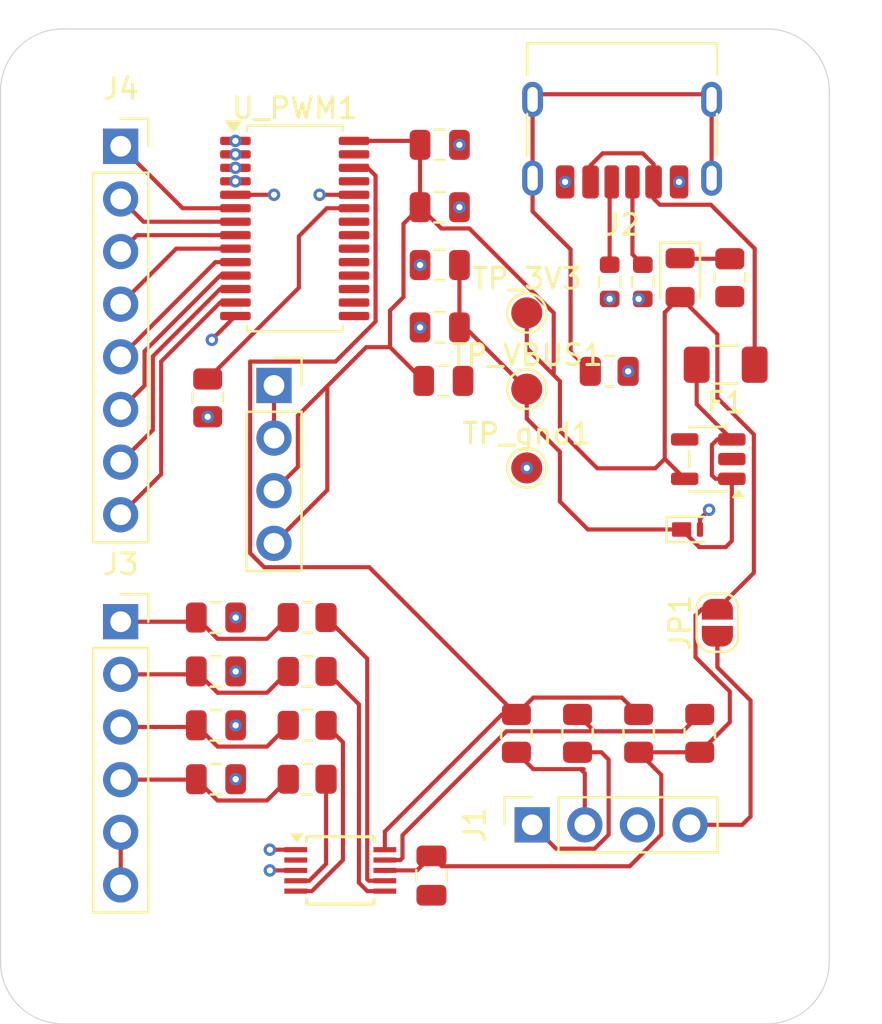
<source format=kicad_pcb>
(kicad_pcb (version 20241229) (generator "pcbnew") (generator_version "9.0")
  (layers (0 "F.Cu" signal) (2 "B.Cu" signal) (13 "F.Paste" user) (15 "B.Paste" user) (5 "F.SilkS" user "F.Silkscreen") (7 "B.SilkS" user "B.Silkscreen") (1 "F.Mask" user) (3 "B.Mask" user) (25 "Edge.Cuts" user))
  (net 0 "")
  (net 1 "GND")
  (net 2 "VBUS_5V")
  (net 3 "Vlogic_3V3")
  (net 4 "Net-(J3-Pin_4)")
  (net 5 "Net-(J3-Pin_1)")
  (net 6 "Net-(J3-Pin_2)")
  (net 7 "Net-(J3-Pin_3)")
  (net 8 "Net-(D2-K)")
  (net 9 "Net-(F1-Pad1)")
  (net 10 "/MCU_interface/MCU_3V3")
  (net 11 "/MCU_interface/SDA_MCU")
  (net 12 "/MCU_interface/SCL_MCU")
  (net 13 "Net-(J2-SHIELD)")
  (net 14 "Net-(J2-CC2)")
  (net 15 "Net-(J2-CC1)")
  (net 16 "/PWM/PWM4")
  (net 17 "/PWM/PWM3")
  (net 18 "/PWM/PWM2")
  (net 19 "/PWM/PWM1")
  (net 20 "/PWM/PWM5")
  (net 21 "/PWM/PWM0")
  (net 22 "/PWM/PWM6")
  (net 23 "/PWM/PWM7")
  (net 24 "Net-(U_3V3-GND)")
  (net 25 "SCL_BUS")
  (net 26 "SDA_BUS")
  (net 27 "Net-(U_PWM1-~{OE})")
  (net 28 "Net-(U_ADC1-AIN3)")
  (net 29 "Net-(U_ADC1-AIN2)")
  (net 30 "Net-(U_ADC1-AIN1)")
  (net 31 "Net-(U_ADC1-AIN0)")
  (footprint "Resistor_SMD:R_0805_2012Metric" (layer "F.Cu") (at 68.2 43 90)
    (property "Reference" "R4" (hide yes))
    (property "Value" "1.5K")
    (pad "1" smd roundrect (at -0.9125 0 90) (size 1.025 1.4) (layers "F.Cu" "F.Mask" "F.Paste") (roundrect_rratio 0.243902) (net 24 "Net-(U_3V3-GND)"))
    (pad "2" smd roundrect (at 0.9125 0 90) (size 1.025 1.4) (layers "F.Cu" "F.Mask" "F.Paste") (roundrect_rratio 0.243902) (net 8 "Net-(D2-K)"))
  )
  (footprint "Package_SO:TSSOP-10_3x3mm_P0.5mm" (layer "F.Cu") (at 49.4 71.6)
    (property "Reference" "U_ADC1" (hide yes))
    (property "Value" "ADS1015IDGS")
    (pad "1" smd rect (at -2.15 -1) (size 1.1 0.25) (layers "F.Cu" "F.Mask" "F.Paste") (net 1 "GND"))
    (pad "2" smd rect (at -2.15 -0.5) (size 1.1 0.25) (layers "F.Cu" "F.Mask" "F.Paste"))
    (pad "3" smd rect (at -2.15 0) (size 1.1 0.25) (layers "F.Cu" "F.Mask" "F.Paste") (net 1 "GND"))
    (pad "4" smd rect (at -2.15 0.5) (size 1.1 0.25) (layers "F.Cu" "F.Mask" "F.Paste") (net 31 "Net-(U_ADC1-AIN0)"))
    (pad "5" smd rect (at -2.15 1) (size 1.1 0.25) (layers "F.Cu" "F.Mask" "F.Paste") (net 30 "Net-(U_ADC1-AIN1)"))
    (pad "6" smd rect (at 2.15 1) (size 1.1 0.25) (layers "F.Cu" "F.Mask" "F.Paste") (net 29 "Net-(U_ADC1-AIN2)"))
    (pad "7" smd rect (at 2.15 0.5) (size 1.1 0.25) (layers "F.Cu" "F.Mask" "F.Paste") (net 28 "Net-(U_ADC1-AIN3)"))
    (pad "8" smd rect (at 2.15 0) (size 1.1 0.25) (layers "F.Cu" "F.Mask" "F.Paste") (net 3 "Vlogic_3V3"))
    (pad "9" smd rect (at 2.15 -0.5) (size 1.1 0.25) (layers "F.Cu" "F.Mask" "F.Paste") (net 26 "SDA_BUS"))
    (pad "10" smd rect (at 2.15 -1) (size 1.1 0.25) (layers "F.Cu" "F.Mask" "F.Paste") (net 25 "SCL_BUS"))
  )
  (footprint "Diode_SMD:Nexperia_DSN1608-2_1.6x0.8mm" (layer "F.Cu") (at 66.16 55.15)
    (property "Reference" "D1" (hide yes))
    (property "Value" "PTVS5V0Z1USK")
    (pad "1" smd roundrect (at -0.285 0) (size 0.93 0.7) (layers "F.Cu" "F.Mask" "F.Paste") (roundrect_rratio 0.1071428571) (net 2 "VBUS_5V"))
    (pad "2" smd roundrect (at 0.6 0) (size 0.3 0.7) (layers "F.Cu" "F.Mask" "F.Paste") (net 1 "GND"))
  )
  (footprint "Connector_PinSocket_2.54mm:PinSocket_1x06_P2.54mm_Vertical" (layer "F.Cu") (at 38.8 59.6)
    (property "Reference" "J3" (at 0 -2.77 0) (layer "F.SilkS"))
    (property "Value" "Conn_01x06")
    (pad "1" thru_hole rect (at 0 0) (size 1.7 1.7) (drill 1) (layers "*.Cu" "*.Mask") (net 5 "Net-(J3-Pin_1)"))
    (pad "2" thru_hole circle (at 0 2.54) (size 1.7 1.7) (drill 1) (layers "*.Cu" "*.Mask") (net 6 "Net-(J3-Pin_2)"))
    (pad "3" thru_hole circle (at 0 5.08) (size 1.7 1.7) (drill 1) (layers "*.Cu" "*.Mask") (net 7 "Net-(J3-Pin_3)"))
    (pad "4" thru_hole circle (at 0 7.62) (size 1.7 1.7) (drill 1) (layers "*.Cu" "*.Mask") (net 4 "Net-(J3-Pin_4)"))
    (pad "5" thru_hole circle (at 0 10.16) (size 1.7 1.7) (drill 1) (layers "*.Cu" "*.Mask") (net 1 "GND"))
    (pad "6" thru_hole circle (at 0 12.7) (size 1.7 1.7) (drill 1) (layers "*.Cu" "*.Mask") (net 1 "GND"))
  )
  (footprint "Resistor_SMD:R_0805_2012Metric" (layer "F.Cu") (at 63.8 64.9875 90)
    (property "Reference" "R7" (hide yes))
    (property "Value" "4.7K")
    (pad "1" smd roundrect (at -0.9125 0 90) (size 1.025 1.4) (layers "F.Cu" "F.Mask" "F.Paste") (roundrect_rratio 0.243902) (net 3 "Vlogic_3V3"))
    (pad "2" smd roundrect (at 0.9125 0 90) (size 1.025 1.4) (layers "F.Cu" "F.Mask" "F.Paste") (roundrect_rratio 0.243902) (net 25 "SCL_BUS"))
  )
  (footprint "Connector_PinSocket_2.54mm:PinSocket_1x04_P2.54mm_Vertical" (layer "F.Cu") (at 58.66 69.4 90)
    (property "Reference" "J1" (at 0 -2.77 90) (layer "F.SilkS"))
    (property "Value" "MCU_I2C")
    (pad "1" thru_hole rect (at 0 0 90) (size 1.7 1.7) (drill 1) (layers "*.Cu" "*.Mask") (net 11 "/MCU_interface/SDA_MCU"))
    (pad "2" thru_hole circle (at 0 2.54 90) (size 1.7 1.7) (drill 1) (layers "*.Cu" "*.Mask") (net 12 "/MCU_interface/SCL_MCU"))
    (pad "3" thru_hole circle (at 0 5.08 90) (size 1.7 1.7) (drill 1) (layers "*.Cu" "*.Mask") (net 1 "GND"))
    (pad "4" thru_hole circle (at 0 7.62 90) (size 1.7 1.7) (drill 1) (layers "*.Cu" "*.Mask") (net 10 "/MCU_interface/MCU_3V3"))
  )
  (footprint "Resistor_SMD:R_0805_2012Metric" (layer "F.Cu") (at 47.8 59.4 180)
    (property "Reference" "R_ADC1" (hide yes))
    (property "Value" "1K")
    (pad "1" smd roundrect (at -0.9125 0 180) (size 1.025 1.4) (layers "F.Cu" "F.Mask" "F.Paste") (roundrect_rratio 0.243902) (net 28 "Net-(U_ADC1-AIN3)"))
    (pad "2" smd roundrect (at 0.9125 0 180) (size 1.025 1.4) (layers "F.Cu" "F.Mask" "F.Paste") (roundrect_rratio 0.243902) (net 5 "Net-(J3-Pin_1)"))
  )
  (footprint "Package_TO_SOT_SMD:SOT-23-5" (layer "F.Cu") (at 67.16 51.755 180)
    (property "Reference" "U_3V3" (hide yes))
    (property "Value" "AP2112K-3.3")
    (pad "1" smd roundrect (at -1.1375 -0.95 180) (size 1.325 0.6) (layers "F.Cu" "F.Mask" "F.Paste") (net 2 "VBUS_5V"))
    (pad "2" smd roundrect (at -1.1375 0 180) (size 1.325 0.6) (layers "F.Cu" "F.Mask" "F.Paste") (net 24 "Net-(U_3V3-GND)"))
    (pad "3" smd roundrect (at -1.1375 0.95 180) (size 1.325 0.6) (layers "F.Cu" "F.Mask" "F.Paste") (net 2 "VBUS_5V"))
    (pad "4" smd roundrect (at 1.1375 0.95 180) (size 1.325 0.6) (layers "F.Cu" "F.Mask" "F.Paste"))
    (pad "5" smd roundrect (at 1.1375 -0.95 180) (size 1.325 0.6) (layers "F.Cu" "F.Mask" "F.Paste") (net 3 "Vlogic_3V3"))
  )
  (footprint "TestPoint:TestPoint_Pad_D1.5mm" (layer "F.Cu") (at 58.4 48.38)
    (property "Reference" "TP_VBUS1" (at 0 -1.648 0) (layer "F.SilkS"))
    (property "Value" "TestPoint")
    (pad "1" smd circle (at 0 0) (size 1.5 1.5) (layers "F.Cu" "F.Mask") (net 2 "VBUS_5V"))
  )
  (footprint "Resistor_SMD:R_0805_2012Metric" (layer "F.Cu") (at 47.8 64.6 180)
    (property "Reference" "R_ADC3" (hide yes))
    (property "Value" "1K")
    (pad "1" smd roundrect (at -0.9125 0 180) (size 1.025 1.4) (layers "F.Cu" "F.Mask" "F.Paste") (roundrect_rratio 0.243902) (net 30 "Net-(U_ADC1-AIN1)"))
    (pad "2" smd roundrect (at 0.9125 0 180) (size 1.025 1.4) (layers "F.Cu" "F.Mask" "F.Paste") (roundrect_rratio 0.243902) (net 7 "Net-(J3-Pin_3)"))
  )
  (footprint "Capacitor_SMD:C_0805_2012Metric" (layer "F.Cu") (at 54.2 45.4 180)
    (property "Reference" "C2" (hide yes))
    (property "Value" "100nF")
    (pad "1" smd roundrect (at -0.95 0 180) (size 1 1.45) (layers "F.Cu" "F.Mask" "F.Paste") (net 2 "VBUS_5V"))
    (pad "2" smd roundrect (at 0.95 0 180) (size 1 1.45) (layers "F.Cu" "F.Mask" "F.Paste") (net 1 "GND"))
  )
  (footprint "Package_SO:TSSOP-28_4.4x9.7mm_P0.65mm" (layer "F.Cu") (at 47.2 40.625)
    (property "Reference" "U_PWM1" (at 0 -5.8 0) (layer "F.SilkS"))
    (property "Value" "PCA9685PW")
    (pad "1" smd roundrect (at -2.8625 -4.225) (size 1.475 0.4) (layers "F.Cu" "F.Mask" "F.Paste") (net 1 "GND"))
    (pad "2" smd roundrect (at -2.8625 -3.575) (size 1.475 0.4) (layers "F.Cu" "F.Mask" "F.Paste") (net 1 "GND"))
    (pad "3" smd roundrect (at -2.8625 -2.925) (size 1.475 0.4) (layers "F.Cu" "F.Mask" "F.Paste") (net 1 "GND"))
    (pad "4" smd roundrect (at -2.8625 -2.275) (size 1.475 0.4) (layers "F.Cu" "F.Mask" "F.Paste") (net 1 "GND"))
    (pad "5" smd roundrect (at -2.8625 -1.625) (size 1.475 0.4) (layers "F.Cu" "F.Mask" "F.Paste") (net 1 "GND"))
    (pad "6" smd roundrect (at -2.8625 -0.975) (size 1.475 0.4) (layers "F.Cu" "F.Mask" "F.Paste") (net 21 "/PWM/PWM0"))
    (pad "7" smd roundrect (at -2.8625 -0.325) (size 1.475 0.4) (layers "F.Cu" "F.Mask" "F.Paste") (net 19 "/PWM/PWM1"))
    (pad "8" smd roundrect (at -2.8625 0.325) (size 1.475 0.4) (layers "F.Cu" "F.Mask" "F.Paste") (net 18 "/PWM/PWM2"))
    (pad "9" smd roundrect (at -2.8625 0.975) (size 1.475 0.4) (layers "F.Cu" "F.Mask" "F.Paste") (net 17 "/PWM/PWM3"))
    (pad "10" smd roundrect (at -2.8625 1.625) (size 1.475 0.4) (layers "F.Cu" "F.Mask" "F.Paste") (net 16 "/PWM/PWM4"))
    (pad "11" smd roundrect (at -2.8625 2.275) (size 1.475 0.4) (layers "F.Cu" "F.Mask" "F.Paste") (net 20 "/PWM/PWM5"))
    (pad "12" smd roundrect (at -2.8625 2.925) (size 1.475 0.4) (layers "F.Cu" "F.Mask" "F.Paste") (net 22 "/PWM/PWM6"))
    (pad "13" smd roundrect (at -2.8625 3.575) (size 1.475 0.4) (layers "F.Cu" "F.Mask" "F.Paste") (net 23 "/PWM/PWM7"))
    (pad "14" smd roundrect (at -2.8625 4.225) (size 1.475 0.4) (layers "F.Cu" "F.Mask" "F.Paste") (net 1 "GND"))
    (pad "15" smd roundrect (at 2.8625 4.225) (size 1.475 0.4) (layers "F.Cu" "F.Mask" "F.Paste"))
    (pad "16" smd roundrect (at 2.8625 3.575) (size 1.475 0.4) (layers "F.Cu" "F.Mask" "F.Paste"))
    (pad "17" smd roundrect (at 2.8625 2.925) (size 1.475 0.4) (layers "F.Cu" "F.Mask" "F.Paste"))
    (pad "18" smd roundrect (at 2.8625 2.275) (size 1.475 0.4) (layers "F.Cu" "F.Mask" "F.Paste"))
    (pad "19" smd roundrect (at 2.8625 1.625) (size 1.475 0.4) (layers "F.Cu" "F.Mask" "F.Paste"))
    (pad "20" smd roundrect (at 2.8625 0.975) (size 1.475 0.4) (layers "F.Cu" "F.Mask" "F.Paste"))
    (pad "21" smd roundrect (at 2.8625 0.325) (size 1.475 0.4) (layers "F.Cu" "F.Mask" "F.Paste"))
    (pad "22" smd roundrect (at 2.8625 -0.325) (size 1.475 0.4) (layers "F.Cu" "F.Mask" "F.Paste"))
    (pad "23" smd roundrect (at 2.8625 -0.975) (size 1.475 0.4) (layers "F.Cu" "F.Mask" "F.Paste") (net 27 "Net-(U_PWM1-~{OE})"))
    (pad "24" smd roundrect (at 2.8625 -1.625) (size 1.475 0.4) (layers "F.Cu" "F.Mask" "F.Paste") (net 1 "GND"))
    (pad "25" smd roundrect (at 2.8625 -2.275) (size 1.475 0.4) (layers "F.Cu" "F.Mask" "F.Paste"))
    (pad "26" smd roundrect (at 2.8625 -2.925) (size 1.475 0.4) (layers "F.Cu" "F.Mask" "F.Paste") (net 25 "SCL_BUS"))
    (pad "27" smd roundrect (at 2.8625 -3.575) (size 1.475 0.4) (layers "F.Cu" "F.Mask" "F.Paste") (net 26 "SDA_BUS"))
    (pad "28" smd roundrect (at 2.8625 -4.225) (size 1.475 0.4) (layers "F.Cu" "F.Mask" "F.Paste") (net 3 "Vlogic_3V3"))
  )
  (footprint "Resistor_SMD:R_0805_2012Metric" (layer "F.Cu") (at 47.8 67.2)
    (property "Reference" "R_ADC4" (hide yes))
    (property "Value" "1k")
    (pad "1" smd roundrect (at -0.9125 0) (size 1.025 1.4) (layers "F.Cu" "F.Mask" "F.Paste") (roundrect_rratio 0.243902) (net 4 "Net-(J3-Pin_4)"))
    (pad "2" smd roundrect (at 0.9125 0) (size 1.025 1.4) (layers "F.Cu" "F.Mask" "F.Paste") (roundrect_rratio 0.243902) (net 31 "Net-(U_ADC1-AIN0)"))
  )
  (footprint "Resistor_SMD:R_0805_2012Metric" (layer "F.Cu") (at 60.85 64.9875 -90)
    (property "Reference" "R6" (hide yes))
    (property "Value" "33")
    (pad "1" smd roundrect (at -0.9125 0 270) (size 1.025 1.4) (layers "F.Cu" "F.Mask" "F.Paste") (roundrect_rratio 0.243902) (net 26 "SDA_BUS"))
    (pad "2" smd roundrect (at 0.9125 0 270) (size 1.025 1.4) (layers "F.Cu" "F.Mask" "F.Paste") (roundrect_rratio 0.243902) (net 11 "/MCU_interface/SDA_MCU"))
  )
  (footprint "Resistor_SMD:R_0805_2012Metric" (layer "F.Cu") (at 62.38 47.52)
    (property "Reference" "R3" (hide yes))
    (property "Value" "0")
    (pad "1" smd roundrect (at -0.9125 0) (size 1.025 1.4) (layers "F.Cu" "F.Mask" "F.Paste") (roundrect_rratio 0.243902) (net 13 "Net-(J2-SHIELD)"))
    (pad "2" smd roundrect (at 0.9125 0) (size 1.025 1.4) (layers "F.Cu" "F.Mask" "F.Paste") (roundrect_rratio 0.243902) (net 1 "GND"))
  )
  (footprint "Connector_PinSocket_2.54mm:PinSocket_1x08_P2.54mm_Vertical" (layer "F.Cu") (at 38.8 36.66)
    (property "Reference" "J4" (at 0 -2.77 0) (layer "F.SilkS"))
    (property "Value" "Conn_01x08")
    (pad "1" thru_hole rect (at 0 0) (size 1.7 1.7) (drill 1) (layers "*.Cu" "*.Mask") (net 21 "/PWM/PWM0"))
    (pad "2" thru_hole circle (at 0 2.54) (size 1.7 1.7) (drill 1) (layers "*.Cu" "*.Mask") (net 19 "/PWM/PWM1"))
    (pad "3" thru_hole circle (at 0 5.08) (size 1.7 1.7) (drill 1) (layers "*.Cu" "*.Mask") (net 18 "/PWM/PWM2"))
    (pad "4" thru_hole circle (at 0 7.62) (size 1.7 1.7) (drill 1) (layers "*.Cu" "*.Mask") (net 17 "/PWM/PWM3"))
    (pad "5" thru_hole circle (at 0 10.16) (size 1.7 1.7) (drill 1) (layers "*.Cu" "*.Mask") (net 16 "/PWM/PWM4"))
    (pad "6" thru_hole circle (at 0 12.7) (size 1.7 1.7) (drill 1) (layers "*.Cu" "*.Mask") (net 20 "/PWM/PWM5"))
    (pad "7" thru_hole circle (at 0 15.24) (size 1.7 1.7) (drill 1) (layers "*.Cu" "*.Mask") (net 22 "/PWM/PWM6"))
    (pad "8" thru_hole circle (at 0 17.78) (size 1.7 1.7) (drill 1) (layers "*.Cu" "*.Mask") (net 23 "/PWM/PWM7"))
  )
  (footprint "Capacitor_SMD:C_0805_2012Metric" (layer "F.Cu") (at 43.4 64.6)
    (property "Reference" "C10" (hide yes))
    (property "Value" "100nF")
    (pad "1" smd roundrect (at -0.95 0) (size 1 1.45) (layers "F.Cu" "F.Mask" "F.Paste") (net 7 "Net-(J3-Pin_3)"))
    (pad "2" smd roundrect (at 0.95 0) (size 1 1.45) (layers "F.Cu" "F.Mask" "F.Paste") (net 1 "GND"))
  )
  (footprint "Capacitor_SMD:C_0805_2012Metric" (layer "F.Cu") (at 54.2 42.39 180)
    (property "Reference" "C1" (hide yes))
    (property "Value" "10μF")
    (pad "1" smd roundrect (at -0.95 0 180) (size 1 1.45) (layers "F.Cu" "F.Mask" "F.Paste") (net 2 "VBUS_5V"))
    (pad "2" smd roundrect (at 0.95 0 180) (size 1 1.45) (layers "F.Cu" "F.Mask" "F.Paste") (net 1 "GND"))
  )
  (footprint "Connector_PinSocket_2.54mm:PinSocket_1x04_P2.54mm_Vertical" (layer "F.Cu") (at 46.2 48.2)
    (property "Reference" "J6" (hide yes))
    (property "Value" "Conn_01x04")
    (pad "1" thru_hole rect (at 0 0) (size 1.7 1.7) (drill 1) (layers "*.Cu" "*.Mask") (net 1 "GND"))
    (pad "2" thru_hole circle (at 0 2.54) (size 1.7 1.7) (drill 1) (layers "*.Cu" "*.Mask") (net 1 "GND"))
    (pad "3" thru_hole circle (at 0 5.08) (size 1.7 1.7) (drill 1) (layers "*.Cu" "*.Mask") (net 3 "Vlogic_3V3"))
    (pad "4" thru_hole circle (at 0 7.62) (size 1.7 1.7) (drill 1) (layers "*.Cu" "*.Mask") (net 3 "Vlogic_3V3"))
  )
  (footprint "Resistor_SMD:R_0805_2012Metric" (layer "F.Cu") (at 43 48.8 90)
    (property "Reference" "R9" (hide yes))
    (property "Value" "10K")
    (pad "1" smd roundrect (at -0.9125 0 90) (size 1.025 1.4) (layers "F.Cu" "F.Mask" "F.Paste") (roundrect_rratio 0.243902) (net 1 "GND"))
    (pad "2" smd roundrect (at 0.9125 0 90) (size 1.025 1.4) (layers "F.Cu" "F.Mask" "F.Paste") (roundrect_rratio 0.243902) (net 27 "Net-(U_PWM1-~{OE})"))
  )
  (footprint "Fuse:Fuse_1206_3216Metric" (layer "F.Cu") (at 68 47.2 180)
    (property "Reference" "F1" (at 0 -1.83 0) (layer "F.SilkS"))
    (property "Value" "Polyfuse")
    (pad "1" smd roundrect (at -1.4 0 180) (size 1.25 1.75) (layers "F.Cu" "F.Mask" "F.Paste") (roundrect_rratio 0.2) (net 9 "Net-(F1-Pad1)"))
    (pad "2" smd roundrect (at 1.4 0 180) (size 1.25 1.75) (layers "F.Cu" "F.Mask" "F.Paste") (roundrect_rratio 0.2) (net 2 "VBUS_5V"))
  )
  (footprint "LED_SMD:LED_0805_2012Metric" (layer "F.Cu") (at 65.8 43 -90)
    (property "Reference" "D2" (hide yes))
    (property "Value" "LED")
    (pad "1" smd roundrect (at -0.9375 0 270) (size 0.975 1.4) (layers "F.Cu" "F.Mask" "F.Paste") (net 8 "Net-(D2-K)"))
    (pad "2" smd roundrect (at 0.9375 0 270) (size 0.975 1.4) (layers "F.Cu" "F.Mask" "F.Paste") (net 3 "Vlogic_3V3"))
  )
  (footprint "Resistor_SMD:R_0805_2012Metric" (layer "F.Cu") (at 66.75 64.9875 90)
    (property "Reference" "R8" (hide yes))
    (property "Value" "4.7K")
    (pad "1" smd roundrect (at -0.9125 0 90) (size 1.025 1.4) (layers "F.Cu" "F.Mask" "F.Paste") (roundrect_rratio 0.243902) (net 3 "Vlogic_3V3"))
    (pad "2" smd roundrect (at 0.9125 0 90) (size 1.025 1.4) (layers "F.Cu" "F.Mask" "F.Paste") (roundrect_rratio 0.243902) (net 26 "SDA_BUS"))
  )
  (footprint "Jumper:SolderJumper-2_P1.3mm_Open_RoundedPad1.0x1.5mm" (layer "F.Cu") (at 67.6 59.65 90)
    (property "Reference" "JP1" (at 0 -1.8 90) (layer "F.SilkS"))
    (property "Value" "SolderJumper_2_Open")
    (pad "1" smd custom (at -0.65 0 90) (size 1 0.5) (layers "F.Cu" "F.Mask") (net 10 "/MCU_interface/MCU_3V3") (options (clearance outline) (anchor rect)) (primitives (gr_circle (center 0 0.25) (end 0.5 0.25) (width 0) (fill yes)) (gr_circle (center 0 -0.25) (end 0.5 -0.25) (width 0) (fill yes)) (gr_poly (pts (xy 0.5 0.75) (xy 0 0.75) (xy 0 -0.75) (xy 0.5 -0.75)) (width 0) (fill yes))))
    (pad "2" smd custom (at 0.65 0 90) (size 1 0.5) (layers "F.Cu" "F.Mask") (net 3 "Vlogic_3V3") (options (clearance outline) (anchor rect)) (primitives (gr_circle (center 0 0.25) (end 0.5 0.25) (width 0) (fill yes)) (gr_circle (center 0 -0.25) (end 0.5 -0.25) (width 0) (fill yes)) (gr_poly (pts (xy 0 0.75) (xy -0.5 0.75) (xy -0.5 -0.75) (xy 0 -0.75)) (width 0) (fill yes))))
  )
  (footprint "Resistor_SMD:R_0805_2012Metric" (layer "F.Cu") (at 57.9 64.9875 -90)
    (property "Reference" "R5" (hide yes))
    (property "Value" "33")
    (pad "1" smd roundrect (at -0.9125 0 270) (size 1.025 1.4) (layers "F.Cu" "F.Mask" "F.Paste") (roundrect_rratio 0.243902) (net 25 "SCL_BUS"))
    (pad "2" smd roundrect (at 0.9125 0 270) (size 1.025 1.4) (layers "F.Cu" "F.Mask" "F.Paste") (roundrect_rratio 0.243902) (net 12 "/MCU_interface/SCL_MCU"))
  )
  (footprint "Capacitor_SMD:C_0805_2012Metric" (layer "F.Cu") (at 43.4 62 180)
    (property "Reference" "C9" (hide yes))
    (property "Value" "100nF")
    (pad "1" smd roundrect (at -0.95 0 180) (size 1 1.45) (layers "F.Cu" "F.Mask" "F.Paste") (net 1 "GND"))
    (pad "2" smd roundrect (at 0.95 0 180) (size 1 1.45) (layers "F.Cu" "F.Mask" "F.Paste") (net 6 "Net-(J3-Pin_2)"))
  )
  (footprint "Capacitor_SMD:C_0805_2012Metric" (layer "F.Cu") (at 54.2 39.6)
    (property "Reference" "C4" (hide yes))
    (property "Value" "10μF")
    (pad "1" smd roundrect (at -0.95 0) (size 1 1.45) (layers "F.Cu" "F.Mask" "F.Paste") (net 3 "Vlogic_3V3"))
    (pad "2" smd roundrect (at 0.95 0) (size 1 1.45) (layers "F.Cu" "F.Mask" "F.Paste") (net 1 "GND"))
  )
  (footprint "Capacitor_SMD:C_0805_2012Metric" (layer "F.Cu") (at 43.4 67.2 180)
    (property "Reference" "C7" (hide yes))
    (property "Value" "100nF")
    (pad "1" smd roundrect (at -0.95 0 180) (size 1 1.45) (layers "F.Cu" "F.Mask" "F.Paste") (net 1 "GND"))
    (pad "2" smd roundrect (at 0.95 0 180) (size 1 1.45) (layers "F.Cu" "F.Mask" "F.Paste") (net 4 "Net-(J3-Pin_4)"))
  )
  (footprint "TestPoint:TestPoint_Pad_D1.5mm" (layer "F.Cu") (at 58.4 52.18)
    (property "Reference" "TP_gnd1" (at 0 -1.648 0) (layer "F.SilkS"))
    (property "Value" "TestPoint")
    (pad "1" smd circle (at 0 0) (size 1.5 1.5) (layers "F.Cu" "F.Mask") (net 1 "GND"))
  )
  (footprint "Capacitor_SMD:C_0805_2012Metric" (layer "F.Cu") (at 54.375 47.98)
    (property "Reference" "C5" (hide yes))
    (property "Value" "100nF")
    (pad "1" smd roundrect (at -0.95 0) (size 1 1.45) (layers "F.Cu" "F.Mask" "F.Paste") (net 3 "Vlogic_3V3"))
    (pad "2" smd roundrect (at 0.95 0) (size 1 1.45) (layers "F.Cu" "F.Mask" "F.Paste") (net 1 "GND"))
  )
  (footprint "Resistor_SMD:R_0603_1608Metric" (layer "F.Cu") (at 64 43.2 -90)
    (property "Reference" "R1" (hide yes))
    (property "Value" "5.1K")
    (pad "1" smd roundrect (at -0.825 0 270) (size 0.8 0.95) (layers "F.Cu" "F.Mask" "F.Paste") (net 15 "Net-(J2-CC1)"))
    (pad "2" smd roundrect (at 0.825 0 270) (size 0.8 0.95) (layers "F.Cu" "F.Mask" "F.Paste") (net 1 "GND"))
  )
  (footprint "Capacitor_SMD:C_0805_2012Metric" (layer "F.Cu") (at 53.8 71.85 -90)
    (property "Reference" "C6" (hide yes))
    (property "Value" "100nF")
    (pad "1" smd roundrect (at -0.95 0 270) (size 1 1.45) (layers "F.Cu" "F.Mask" "F.Paste") (net 3 "Vlogic_3V3"))
    (pad "2" smd roundrect (at 0.95 0 270) (size 1 1.45) (layers "F.Cu" "F.Mask" "F.Paste") (net 1 "GND"))
  )
  (footprint "Capacitor_SMD:C_0805_2012Metric" (layer "F.Cu") (at 43.4 59.4)
    (property "Reference" "C8" (hide yes))
    (property "Value" "100nF")
    (pad "1" smd roundrect (at -0.95 0) (size 1 1.45) (layers "F.Cu" "F.Mask" "F.Paste") (net 5 "Net-(J3-Pin_1)"))
    (pad "2" smd roundrect (at 0.95 0) (size 1 1.45) (layers "F.Cu" "F.Mask" "F.Paste") (net 1 "GND"))
  )
  (footprint "Resistor_SMD:R_0603_1608Metric" (layer "F.Cu") (at 62.4 43.2 -90)
    (property "Reference" "R2" (hide yes))
    (property "Value" "5.1K")
    (pad "1" smd roundrect (at -0.825 0 270) (size 0.8 0.95) (layers "F.Cu" "F.Mask" "F.Paste") (net 14 "Net-(J2-CC2)"))
    (pad "2" smd roundrect (at 0.825 0 270) (size 0.8 0.95) (layers "F.Cu" "F.Mask" "F.Paste") (net 1 "GND"))
  )
  (footprint "TestPoint:TestPoint_Pad_D1.5mm" (layer "F.Cu") (at 58.4 44.7)
    (property "Reference" "TP_3V3" (at 0 -1.648 0) (layer "F.SilkS"))
    (property "Value" "TestPoint")
    (pad "1" smd circle (at 0 0) (size 1.5 1.5) (layers "F.Cu" "F.Mask") (net 3 "Vlogic_3V3"))
  )
  (footprint "Resistor_SMD:R_0805_2012Metric" (layer "F.Cu") (at 47.8 62 180)
    (property "Reference" "R_ADC2" (hide yes))
    (property "Value" "1K")
    (pad "1" smd roundrect (at -0.9125 0 180) (size 1.025 1.4) (layers "F.Cu" "F.Mask" "F.Paste") (roundrect_rratio 0.243902) (net 29 "Net-(U_ADC1-AIN2)"))
    (pad "2" smd roundrect (at 0.9125 0 180) (size 1.025 1.4) (layers "F.Cu" "F.Mask" "F.Paste") (roundrect_rratio 0.243902) (net 6 "Net-(J3-Pin_2)"))
  )
  (footprint "Connector_USB:USB_C_Receptacle_HRO_TYPE-C-31-M-17" (layer "F.Cu") (at 63 35.2 180)
    (property "Reference" "J2" (at 0 -5.25 180) (layer "F.SilkS"))
    (property "Value" "USB_C_Receptacle_PowerOnly_6P")
    (pad "A5" smd roundrect (at -0.5 -3.18 180) (size 0.7 1.6) (layers "F.Cu" "F.Mask" "F.Paste") (net 15 "Net-(J2-CC1)"))
    (pad "A9" smd roundrect (at 1.52 -3.18 180) (size 0.8 1.6) (layers "F.Cu" "F.Mask" "F.Paste") (net 9 "Net-(F1-Pad1)"))
    (pad "A12" smd roundrect (at 2.75 -3.18 180) (size 0.9 1.6) (layers "F.Cu" "F.Mask" "F.Paste") (net 1 "GND"))
    (pad "B5" smd roundrect (at 0.5 -3.18 180) (size 0.7 1.6) (layers "F.Cu" "F.Mask" "F.Paste") (net 14 "Net-(J2-CC2)"))
    (pad "B9" smd roundrect (at -1.52 -3.18 180) (size 0.8 1.6) (layers "F.Cu" "F.Mask" "F.Paste") (net 9 "Net-(F1-Pad1)"))
    (pad "B12" smd roundrect (at -2.75 -3.18 180) (size 0.9 1.6) (layers "F.Cu" "F.Mask" "F.Paste") (net 1 "GND"))
    (pad "S1" thru_hole oval (at -4.32 -3 180) (size 1 1.7) (drill oval 0.5 1.2) (property pad_prop_heatsink) (layers "*.Cu" "*.Mask") (net 13 "Net-(J2-SHIELD)"))
    (pad "S1" thru_hole oval (at -4.32 0.8 180) (size 1 1.7) (drill oval 0.5 1.2) (property pad_prop_heatsink) (layers "*.Cu" "*.Mask") (net 13 "Net-(J2-SHIELD)"))
    (pad "S1" thru_hole oval (at 4.32 -3 180) (size 1 1.7) (drill oval 0.5 1.2) (property pad_prop_heatsink) (layers "*.Cu" "*.Mask") (net 13 "Net-(J2-SHIELD)"))
    (pad "S1" thru_hole oval (at 4.32 0.8 180) (size 1 1.7) (drill oval 0.5 1.2) (property pad_prop_heatsink) (layers "*.Cu" "*.Mask") (net 13 "Net-(J2-SHIELD)"))
  )
  (footprint "Capacitor_SMD:C_0805_2012Metric" (layer "F.Cu") (at 54.2 36.59)
    (property "Reference" "C3" (hide yes))
    (property "Value" "100nF")
    (pad "1" smd roundrect (at -0.95 0) (size 1 1.45) (layers "F.Cu" "F.Mask" "F.Paste") (net 3 "Vlogic_3V3"))
    (pad "2" smd roundrect (at 0.95 0) (size 1 1.45) (layers "F.Cu" "F.Mask" "F.Paste") (net 1 "GND"))
  )
  (gr_line (start 73 76) (end 73 34) (stroke (width 0.05)) (layer "Edge.Cuts"))
  (gr_line (start 36 79) (end 70 79) (stroke (width 0.05)) (layer "Edge.Cuts"))
  (gr_arc (start 36 79) (mid 33.87868 78.12132) (end 33 76) (stroke (width 0.05)) (layer "Edge.Cuts"))
  (gr_arc (start 73 76) (mid 72.12132 78.12132) (end 70 79) (stroke (width 0.05)) (layer "Edge.Cuts"))
  (gr_arc (start 33 34) (mid 33.87868 31.87868) (end 36 31) (stroke (width 0.05)) (layer "Edge.Cuts"))
  (gr_line (start 70 31) (end 36 31) (stroke (width 0.05)) (layer "Edge.Cuts"))
  (gr_line (start 33 34) (end 33 76) (stroke (width 0.05)) (layer "Edge.Cuts"))
  (gr_arc (start 70 31) (mid 72.12132 31.87868) (end 73 34) (stroke (width 0.05)) (layer "Edge.Cuts"))
  (segment (start 66.76 54.64) (end 67.2 54.2) (width 0.2) (layer "F.Cu") (net 1))
  (segment (start 38.8 69.8) (end 38.8 72.3) (width 0.2) (layer "F.Cu") (net 1))
  (segment (start 38.8 69.76) (end 38.8 69.8) (width 0.2) (layer "F.Cu") (net 1))
  (segment (start 47.25 71.6) (end 46 71.6) (width 0.2) (layer "F.Cu") (net 1))
  (segment (start 44.3375 39) (end 46.2 39) (width 0.2) (layer "F.Cu") (net 1))
  (segment (start 66.76 55.15) (end 66.76 54.64) (width 0.2) (layer "F.Cu") (net 1))
  (segment (start 46.2 48.2) (end 46.2 50.74) (width 0.2) (layer "F.Cu") (net 1))
  (segment (start 44.3375 44.85) (end 43.2 45.9875) (width 0.2) (layer "F.Cu") (net 1))
  (segment (start 43.2 45.9875) (end 43.2 46) (width 0.2) (layer "F.Cu") (net 1))
  (segment (start 50.0625 39) (end 48.4 39) (width 0.2) (layer "F.Cu") (net 1))
  (segment (start 47.25 70.6) (end 46 70.6) (width 0.2) (layer "F.Cu") (net 1))
  (via (at 38.8 72.3) (size 0.6) (drill 0.3) (layers "F.Cu" "B.Cu") (net 1))
  (via (at 44.3375 36.4) (size 0.6) (drill 0.3) (layers "F.Cu" "B.Cu") (net 1))
  (via (at 53.25 45.4) (size 0.6) (drill 0.3) (layers "F.Cu" "B.Cu") (net 1))
  (via (at 63.74 69.4) (size 0.6) (drill 0.3) (layers "F.Cu" "B.Cu") (net 1))
  (via (at 43 49.7125) (size 0.6) (drill 0.3) (layers "F.Cu" "B.Cu") (net 1))
  (via (at 48.4 39) (size 0.6) (drill 0.3) (layers "F.Cu" "B.Cu") (net 1))
  (via (at 58.4 52.18) (size 0.6) (drill 0.3) (layers "F.Cu" "B.Cu") (net 1))
  (via (at 46.2 39) (size 0.6) (drill 0.3) (layers "F.Cu" "B.Cu") (net 1))
  (via (at 44.3375 37.7) (size 0.6) (drill 0.3) (layers "F.Cu" "B.Cu") (net 1))
  (via (at 44.35 67.2) (size 0.6) (drill 0.3) (layers "F.Cu" "B.Cu") (net 1))
  (via (at 55.15 39.6) (size 0.6) (drill 0.3) (layers "F.Cu" "B.Cu") (net 1))
  (via (at 53.25 42.39) (size 0.6) (drill 0.3) (layers "F.Cu" "B.Cu") (net 1))
  (via (at 46 70.6) (size 0.6) (drill 0.3) (layers "F.Cu" "B.Cu") (net 1))
  (via (at 46.2 50.74) (size 0.6) (drill 0.3) (layers "F.Cu" "B.Cu") (net 1))
  (via (at 44.3375 38.35) (size 0.6) (drill 0.3) (layers "F.Cu" "B.Cu") (net 1))
  (via (at 63.2925 47.52) (size 0.6) (drill 0.3) (layers "F.Cu" "B.Cu") (net 1))
  (via (at 60.25 38.38) (size 0.6) (drill 0.3) (layers "F.Cu" "B.Cu") (net 1))
  (via (at 46 71.6) (size 0.6) (drill 0.3) (layers "F.Cu" "B.Cu") (net 1))
  (via (at 55.15 36.59) (size 0.6) (drill 0.3) (layers "F.Cu" "B.Cu") (net 1))
  (via (at 44.35 59.4) (size 0.6) (drill 0.3) (layers "F.Cu" "B.Cu") (net 1))
  (via (at 63.8 44.025) (size 0.6) (drill 0.3) (layers "F.Cu" "B.Cu") (net 1))
  (via (at 44.35 64.6) (size 0.6) (drill 0.3) (layers "F.Cu" "B.Cu") (net 1))
  (via (at 44.35 62) (size 0.6) (drill 0.3) (layers "F.Cu" "B.Cu") (net 1))
  (via (at 43.2 46) (size 0.6) (drill 0.3) (layers "F.Cu" "B.Cu") (net 1))
  (via (at 65.75 38.38) (size 0.6) (drill 0.3) (layers "F.Cu" "B.Cu") (net 1))
  (via (at 62.4 44.025) (size 0.6) (drill 0.3) (layers "F.Cu" "B.Cu") (net 1))
  (via (at 67.2 54.2) (size 0.6) (drill 0.3) (layers "F.Cu" "B.Cu") (net 1))
  (via (at 38.8 69.8) (size 0.6) (drill 0.3) (layers "F.Cu" "B.Cu") (net 1))
  (via (at 44.3375 37.05) (size 0.6) (drill 0.3) (layers "F.Cu" "B.Cu") (net 1))
  (segment (start 67.595 50.805) (end 68.2975 50.805) (width 0.2) (layer "F.Cu") (net 2))
  (segment (start 58.4 48.38) (end 55.42 45.4) (width 0.2) (layer "F.Cu") (net 2))
  (segment (start 55.15 45.4) (end 55.15 42.39) (width 0.2) (layer "F.Cu") (net 2))
  (segment (start 68.2975 50.805) (end 66.6 49.1075) (width 0.2) (layer "F.Cu") (net 2))
  (segment (start 66.725 56) (end 68 56) (width 0.2) (layer "F.Cu") (net 2))
  (segment (start 55.42 45.4) (end 55.15 45.4) (width 0.2) (layer "F.Cu") (net 2))
  (segment (start 67.505 52.705) (end 67.334 52.534) (width 0.2) (layer "F.Cu") (net 2))
  (segment (start 67.334 51.066) (end 67.595 50.805) (width 0.2) (layer "F.Cu") (net 2))
  (segment (start 68 56) (end 68.2975 55.7025) (width 0.2) (layer "F.Cu") (net 2))
  (segment (start 68.2975 55.7025) (end 68.2975 52.705) (width 0.2) (layer "F.Cu") (net 2))
  (segment (start 58.4 49.8) (end 58.4 48.38) (width 0.2) (layer "F.Cu") (net 2))
  (segment (start 66.6 49.1075) (end 66.6 47.2) (width 0.2) (layer "F.Cu") (net 2))
  (segment (start 65.875 55.1275) (end 65.875 55.15) (width 0.2) (layer "F.Cu") (net 2))
  (segment (start 61.35 55.15) (end 60 53.8) (width 0.2) (layer "F.Cu") (net 2))
  (segment (start 60 51.4) (end 58.4 49.8) (width 0.2) (layer "F.Cu") (net 2))
  (segment (start 67.334 52.534) (end 67.334 51.066) (width 0.2) (layer "F.Cu") (net 2))
  (segment (start 65.875 55.15) (end 61.35 55.15) (width 0.2) (layer "F.Cu") (net 2))
  (segment (start 60 53.8) (end 60 51.4) (width 0.2) (layer "F.Cu") (net 2))
  (segment (start 65.875 55.15) (end 66.725 56) (width 0.2) (layer "F.Cu") (net 2))
  (segment (start 67.505 52.705) (end 68.2975 52.705) (width 0.2) (layer "F.Cu") (net 2))
  (segment (start 60 48) (end 60 50.4) (width 0.2) (layer "F.Cu") (net 3))
  (segment (start 52.449 40.401) (end 52.449 43.93484) (width 0.2) (layer "F.Cu") (net 3))
  (segment (start 66.845 59) (end 67.6 59) (width 0.2) (layer "F.Cu") (net 3))
  (segment (start 63.8 65.9) (end 66.75 65.9) (width 0.2) (layer "F.Cu") (net 3))
  (segment (start 69.360999 50.564031) (end 69.360999 57.239001) (width 0.2) (layer "F.Cu") (net 3))
  (segment (start 59.7 47.7) (end 59.7 44.7) (width 0.2) (layer "F.Cu") (net 3))
  (segment (start 59.7 47.7) (end 60 48) (width 0.2) (layer "F.Cu") (net 3))
  (segment (start 65.059 51.7415) (end 66.0225 52.705) (width 0.2) (layer "F.Cu") (net 3))
  (segment (start 53.8 70.9) (end 53.1 71.6) (width 0.2) (layer "F.Cu") (net 3))
  (segment (start 51.8 44.58384) (end 52.449 43.93484) (width 0.2) (layer "F.Cu") (net 3))
  (segment (start 53.425 47.98) (end 51.8 46.355) (width 0.2) (layer "F.Cu") (net 3))
  (segment (start 65.8 43.9375) (end 67.6 45.7375) (width 0.2) (layer "F.Cu") (net 3))
  (segment (start 65.0585 44.679) (end 65.8 43.9375) (width 0.2) (layer "F.Cu") (net 3))
  (segment (start 50.65 46.355) (end 48.7725 48.2325) (width 0.2) (layer "F.Cu") (net 3))
  (segment (start 53.25 39.6) (end 52.449 40.401) (width 0.2) (layer "F.Cu") (net 3))
  (segment (start 54.276 40.626) (end 53.25 39.6) (width 0.2) (layer "F.Cu") (net 3))
  (segment (start 53.1 71.6) (end 51.55 71.6) (width 0.2) (layer "F.Cu") (net 3))
  (segment (start 58.4 44.7) (end 58.4 46.4) (width 0.2) (layer "F.Cu") (net 3))
  (segment (start 68.2 62.9671) (end 66.544 61.3111) (width 0.2) (layer "F.Cu") (net 3))
  (segment (start 61.8 52.2) (end 64.6 52.2) (width 0.2) (layer "F.Cu") (net 3))
  (segment (start 51.8 46.355) (end 51.8 44.58384) (width 0.2) (layer "F.Cu") (net 3))
  (segment (start 51.8 46.355) (end 50.65 46.355) (width 0.2) (layer "F.Cu") (net 3))
  (segment (start 48.7725 48.2325) (end 47.351 49.654) (width 0.2) (layer "F.Cu") (net 3))
  (segment (start 66.544 59.301) (end 66.845 59) (width 0.2) (layer "F.Cu") (net 3))
  (segment (start 47.351 49.654) (end 47.351 52.129) (width 0.2) (layer "F.Cu") (net 3))
  (segment (start 67.6 45.7375) (end 67.6 48.803032) (width 0.2) (layer "F.Cu") (net 3))
  (segment (start 53.81384 47.98) (end 53.425 47.98) (width 0.2) (layer "F.Cu") (net 3))
  (segment (start 65.0585 51.7415) (end 65.059 51.7415) (width 0.2) (layer "F.Cu") (net 3))
  (segment (start 53.25 39.6) (end 53.25 36.59) (width 0.2) (layer "F.Cu") (net 3))
  (segment (start 64.891 66.991) (end 64.891 69.87676) (width 0.2) (layer "F.Cu") (net 3))
  (segment (start 54.299938 71.399938) (end 53.8 70.9) (width 0.2) (layer "F.Cu") (net 3))
  (segment (start 63.8 65.9) (end 64.891 66.991) (width 0.2) (layer "F.Cu") (net 3))
  (segment (start 53.25 36.59) (end 53.06 36.4) (width 0.2) (layer "F.Cu") (net 3))
  (segment (start 58.4 46.4) (end 59.7 47.7) (width 0.2) (layer "F.Cu") (net 3))
  (segment (start 66.544 61.3111) (end 66.544 59.301) (width 0.2) (layer "F.Cu") (net 3))
  (segment (start 64.6 52.2) (end 65.0585 51.7415) (width 0.2) (layer "F.Cu") (net 3))
  (segment (start 66.75 65.9) (end 68.2 64.45) (width 0.2) (layer "F.Cu") (net 3))
  (segment (start 46.2 55.82) (end 48.7725 53.2475) (width 0.2) (layer "F.Cu") (net 3))
  (segment (start 59.7 44.7) (end 55.626 40.626) (width 0.2) (layer "F.Cu") (net 3))
  (segment (start 63.367822 71.399938) (end 54.299938 71.399938) (width 0.2) (layer "F.Cu") (net 3))
  (segment (start 64.891 69.87676) (end 63.367822 71.399938) (width 0.2) (layer "F.Cu") (net 3))
  (segment (start 69.360999 57.239001) (end 67.6 59) (width 0.2) (layer "F.Cu") (net 3))
  (segment (start 60 50.4) (end 61.8 52.2) (width 0.2) (layer "F.Cu") (net 3))
  (segment (start 53.06 36.4) (end 50.0625 36.4) (width 0.2) (layer "F.Cu") (net 3))
  (segment (start 47.351 52.129) (end 46.2 53.28) (width 0.2) (layer "F.Cu") (net 3))
  (segment (start 55.626 40.626) (end 54.276 40.626) (width 0.2) (layer "F.Cu") (net 3))
  (segment (start 65.0585 51.7415) (end 65.0585 44.679) (width 0.2) (layer "F.Cu") (net 3))
  (segment (start 68.2 64.45) (end 68.2 62.9671) (width 0.2) (layer "F.Cu") (net 3))
  (segment (start 48.7725 53.2475) (end 48.7725 48.2325) (width 0.2) (layer "F.Cu") (net 3))
  (segment (start 67.6 48.803032) (end 69.360999 50.564031) (width 0.2) (layer "F.Cu") (net 3))
  (segment (start 45.8615 68.226) (end 46.8875 67.2) (width 0.2) (layer "F.Cu") (net 4))
  (segment (start 38.8 67.22) (end 42.43 67.22) (width 0.2) (layer "F.Cu") (net 4))
  (segment (start 42.43 67.22) (end 42.45 67.2) (width 0.2) (layer "F.Cu") (net 4))
  (segment (start 42.45 67.2) (end 43.476 68.226) (width 0.2) (layer "F.Cu") (net 4))
  (segment (start 43.476 68.226) (end 45.8615 68.226) (width 0.2) (layer "F.Cu") (net 4))
  (segment (start 45.8615 60.426) (end 46.8875 59.4) (width 0.2) (layer "F.Cu") (net 5))
  (segment (start 42.25 59.6) (end 42.45 59.4) (width 0.2) (layer "F.Cu") (net 5))
  (segment (start 42.45 59.4) (end 43.476 60.426) (width 0.2) (layer "F.Cu") (net 5))
  (segment (start 38.8 59.6) (end 42.25 59.6) (width 0.2) (layer "F.Cu") (net 5))
  (segment (start 43.476 60.426) (end 45.8615 60.426) (width 0.2) (layer "F.Cu") (net 5))
  (segment (start 42.31 62.14) (end 42.45 62) (width 0.2) (layer "F.Cu") (net 6))
  (segment (start 45.8615 63.026) (end 46.8875 62) (width 0.2) (layer "F.Cu") (net 6))
  (segment (start 38.8 62.14) (end 42.31 62.14) (width 0.2) (layer "F.Cu") (net 6))
  (segment (start 42.45 62) (end 43.476 63.026) (width 0.2) (layer "F.Cu") (net 6))
  (segment (start 43.476 63.026) (end 45.8615 63.026) (width 0.2) (layer "F.Cu") (net 6))
  (segment (start 38.8 64.68) (end 42.37 64.68) (width 0.2) (layer "F.Cu") (net 7))
  (segment (start 42.45 64.6) (end 43.476 65.626) (width 0.2) (layer "F.Cu") (net 7))
  (segment (start 45.8615 65.626) (end 46.8875 64.6) (width 0.2) (layer "F.Cu") (net 7))
  (segment (start 42.37 64.68) (end 42.45 64.6) (width 0.2) (layer "F.Cu") (net 7))
  (segment (start 43.476 65.626) (end 45.8615 65.626) (width 0.2) (layer "F.Cu") (net 7))
  (segment (start 68.2 42.0875) (end 65.825 42.0875) (width 0.2) (layer "F.Cu") (net 8))
  (segment (start 65.825 42.0875) (end 65.8 42.0625) (width 0.2) (layer "F.Cu") (net 8))
  (segment (start 64 37) (end 62.06 37) (width 0.2) (layer "F.Cu") (net 9))
  (segment (start 64.821 39.481) (end 64.52 39.18) (width 0.2) (layer "F.Cu") (net 9))
  (segment (start 69.4 41.598) (end 67.283 39.481) (width 0.2) (layer "F.Cu") (net 9))
  (segment (start 61.48 37.58) (end 61.48 38.38) (width 0.2) (layer "F.Cu") (net 9))
  (segment (start 69.4 47.2) (end 69.4 41.598) (width 0.2) (layer "F.Cu") (net 9))
  (segment (start 64.52 39.18) (end 64.52 38.38) (width 0.2) (layer "F.Cu") (net 9))
  (segment (start 67.283 39.481) (end 64.821 39.481) (width 0.2) (layer "F.Cu") (net 9))
  (segment (start 64.52 38.38) (end 64.52 37.52) (width 0.2) (layer "F.Cu") (net 9))
  (segment (start 64.52 37.52) (end 64 37) (width 0.2) (layer "F.Cu") (net 9))
  (segment (start 62.06 37) (end 61.48 37.58) (width 0.2) (layer "F.Cu") (net 9))
  (segment (start 67.6 61.8) (end 69.2 63.4) (width 0.2) (layer "F.Cu") (net 10))
  (segment (start 69.2 69) (end 68.8 69.4) (width 0.2) (layer "F.Cu") (net 10))
  (segment (start 65.65 69.275) (end 66.25 69.275) (width 0.2) (layer "F.Cu") (net 10))
  (segment (start 67.6 60.3) (end 67.6 61.8) (width 0.2) (layer "F.Cu") (net 10))
  (segment (start 69.2 63.4) (end 69.2 69) (width 0.2) (layer "F.Cu") (net 10))
  (segment (start 67.6 61.75) (end 67.6 60.3) (width 0.2) (layer "F.Cu") (net 10))
  (segment (start 68.8 69.4) (end 66.28 69.4) (width 0.2) (layer "F.Cu") (net 10))
  (segment (start 59.811 70.551) (end 61.67676 70.551) (width 0.2) (layer "F.Cu") (net 11))
  (segment (start 62.351 69.87676) (end 62.351 66.251) (width 0.2) (layer "F.Cu") (net 11))
  (segment (start 61.67676 70.551) (end 62.351 69.87676) (width 0.2) (layer "F.Cu") (net 11))
  (segment (start 60.85 65.9) (end 62 65.9) (width 0.2) (layer "F.Cu") (net 11))
  (segment (start 58.66 69.4) (end 59.811 70.551) (width 0.2) (layer "F.Cu") (net 11))
  (segment (start 62.351 66.251) (end 62 65.9) (width 0.2) (layer "F.Cu") (net 11))
  (segment (start 58.7135 66.7135) (end 61 66.7135) (width 0.2) (layer "F.Cu") (net 12))
  (segment (start 61 66.7135) (end 61.1485 66.7135) (width 0.2) (layer "F.Cu") (net 12))
  (segment (start 61.2 69.4) (end 61.2 66.9135) (width 0.2) (layer "F.Cu") (net 12))
  (segment (start 61.2 66.9135) (end 61 66.7135) (width 0.2) (layer "F.Cu") (net 12))
  (segment (start 57.9 65.9) (end 58.7135 66.7135) (width 0.2) (layer "F.Cu") (net 12))
  (segment (start 60.514 46.5665) (end 60.514 41.636) (width 0.2) (layer "F.Cu") (net 13))
  (segment (start 67.32 34.15) (end 67.32 38.33) (width 0.2) (layer "F.Cu") (net 13))
  (segment (start 58.68 39.802) (end 58.68 38.33) (width 0.2) (layer "F.Cu") (net 13))
  (segment (start 61.4675 47.52) (end 60.514 46.5665) (width 0.2) (layer "F.Cu") (net 13))
  (segment (start 60.514 41.636) (end 58.68 39.802) (width 0.2) (layer "F.Cu") (net 13))
  (segment (start 58.68 34.15) (end 67.32 34.15) (width 0.2) (layer "F.Cu") (net 13))
  (segment (start 58.68 38.33) (end 58.68 34.15) (width 0.2) (layer "F.Cu") (net 13))
  (segment (start 62.4 38.48) (end 62.5 38.38) (width 0.2) (layer "F.Cu") (net 14))
  (segment (start 62.4 42.375) (end 62.4 38.48) (width 0.2) (layer "F.Cu") (net 14))
  (segment (start 64 42.375) (end 64.25 42.125) (width 0.2) (layer "F.Cu") (net 15))
  (segment (start 63.5 41.875) (end 63.5 38.38) (width 0.2) (layer "F.Cu") (net 15))
  (segment (start 64 42.375) (end 63.5 41.875) (width 0.2) (layer "F.Cu") (net 15))
  (segment (start 44.3375 42.25) (end 43.37 42.25) (width 0.2) (layer "F.Cu") (net 16))
  (segment (start 43.37 42.25) (end 38.8 46.82) (width 0.2) (layer "F.Cu") (net 16))
  (segment (start 44.3375 41.6) (end 41.48 41.6) (width 0.2) (layer "F.Cu") (net 17))
  (segment (start 41.48 41.6) (end 38.8 44.28) (width 0.2) (layer "F.Cu") (net 17))
  (segment (start 39.59 40.95) (end 38.8 41.74) (width 0.2) (layer "F.Cu") (net 18))
  (segment (start 44.3375 40.95) (end 39.59 40.95) (width 0.2) (layer "F.Cu") (net 18))
  (segment (start 39.9 40.3) (end 38.8 39.2) (width 0.2) (layer "F.Cu") (net 19))
  (segment (start 44.3375 40.3) (end 39.9 40.3) (width 0.2) (layer "F.Cu") (net 19))
  (segment (start 39.951 46.549001) (end 39.951 48.209) (width 0.2) (layer "F.Cu") (net 20))
  (segment (start 43.600001 42.9) (end 39.951 46.549001) (width 0.2) (layer "F.Cu") (net 20))
  (segment (start 44.3375 42.9) (end 43.600001 42.9) (width 0.2) (layer "F.Cu") (net 20))
  (segment (start 39.951 48.209) (end 38.8 49.36) (width 0.2) (layer "F.Cu") (net 20))
  (segment (start 41.79 39.65) (end 38.8 36.66) (width 0.2) (layer "F.Cu") (net 21))
  (segment (start 44.3375 39.65) (end 41.79 39.65) (width 0.2) (layer "F.Cu") (net 21))
  (segment (start 43.600001 43.55) (end 40.352 46.798001) (width 0.2) (layer "F.Cu") (net 22))
  (segment (start 40.352 50.348) (end 38.8 51.9) (width 0.2) (layer "F.Cu") (net 22))
  (segment (start 40.352 46.798001) (end 40.352 50.348) (width 0.2) (layer "F.Cu") (net 22))
  (segment (start 44.3375 43.55) (end 43.600001 43.55) (width 0.2) (layer "F.Cu") (net 22))
  (segment (start 40.753 52.487) (end 38.8 54.44) (width 0.2) (layer "F.Cu") (net 23))
  (segment (start 40.753 47.047001) (end 40.753 52.487) (width 0.2) (layer "F.Cu") (net 23))
  (segment (start 44.3375 44.2) (end 43.600001 44.2) (width 0.2) (layer "F.Cu") (net 23))
  (segment (start 43.600001 44.2) (end 40.753 47.047001) (width 0.2) (layer "F.Cu") (net 23))
  (segment (start 62.9865 63.2615) (end 63.8 64.075) (width 0.2) (layer "F.Cu") (net 25))
  (segment (start 49.17087 47.049) (end 51.101 45.11887) (width 0.2) (layer "F.Cu") (net 25))
  (segment (start 57.9 64.075) (end 58.7135 63.2615) (width 0.2) (layer "F.Cu") (net 25))
  (segment (start 57.9 64.075) (end 50.796 56.971) (width 0.2) (layer "F.Cu") (net 25))
  (segment (start 50.796 56.971) (end 45.72324 56.971) (width 0.2) (layer "F.Cu") (net 25))
  (segment (start 51.55 69.725) (end 57.2 64.075) (width 0.2) (layer "F.Cu") (net 25))
  (segment (start 45.049 47.049) (end 49.17087 47.049) (width 0.2) (layer "F.Cu") (net 25))
  (segment (start 51.101 45.11887) (end 51.101 38.08113) (width 0.2) (layer "F.Cu") (net 25))
  (segment (start 51.101 38.08113) (end 50.71987 37.7) (width 0.2) (layer "F.Cu") (net 25))
  (segment (start 51.55 70.6) (end 51.55 69.725) (width 0.2) (layer "F.Cu") (net 25))
  (segment (start 45.049 56.29676) (end 45.049 47.049) (width 0.2) (layer "F.Cu") (net 25))
  (segment (start 57.2 64.075) (end 57.9 64.075) (width 0.2) (layer "F.Cu") (net 25))
  (segment (start 45.72324 56.971) (end 45.049 56.29676) (width 0.2) (layer "F.Cu") (net 25))
  (segment (start 58.7135 63.2615) (end 62.9865 63.2615) (width 0.2) (layer "F.Cu") (net 25))
  (segment (start 50.71987 37.7) (end 50.0625 37.7) (width 0.2) (layer "F.Cu") (net 25))
  (segment (start 52.401 69.90034) (end 52.401 70.999) (width 0.2) (layer "F.Cu") (net 26))
  (segment (start 57.41284 64.8885) (end 52.401 69.90034) (width 0.2) (layer "F.Cu") (net 26))
  (segment (start 66.75 64.075) (end 65.9365 64.8885) (width 0.2) (layer "F.Cu") (net 26))
  (segment (start 65.9365 64.8885) (end 57.41284 64.8885) (width 0.2) (layer "F.Cu") (net 26))
  (segment (start 61.6635 64.8885) (end 60.85 64.075) (width 0.2) (layer "F.Cu") (net 26))
  (segment (start 65.9365 64.8885) (end 61.6635 64.8885) (width 0.2) (layer "F.Cu") (net 26))
  (segment (start 52.401 70.999) (end 52.3 71.1) (width 0.2) (layer "F.Cu") (net 26))
  (segment (start 52.3 71.1) (end 51.55 71.1) (width 0.2) (layer "F.Cu") (net 26))
  (segment (start 48.75 39.65) (end 50.0625 39.65) (width 0.2) (layer "F.Cu") (net 27))
  (segment (start 43 47.8875) (end 47.4 43.4875) (width 0.2) (layer "F.Cu") (net 27))
  (segment (start 47.4 43.4875) (end 47.4 41) (width 0.2) (layer "F.Cu") (net 27))
  (segment (start 47.4 41) (end 48.75 39.65) (width 0.2) (layer "F.Cu") (net 27))
  (segment (start 50.699 72.026) (end 50.773 72.1) (width 0.2) (layer "F.Cu") (net 28))
  (segment (start 48.7125 59.4) (end 50.699 61.3865) (width 0.2) (layer "F.Cu") (net 28))
  (segment (start 50.773 72.1) (end 51.55 72.1) (width 0.2) (layer "F.Cu") (net 28))
  (segment (start 50.699 61.3865) (end 50.699 72.026) (width 0.2) (layer "F.Cu") (net 28))
  (segment (start 50.298 63.5855) (end 50.298 72.1921) (width 0.2) (layer "F.Cu") (net 29))
  (segment (start 50.298 72.1921) (end 50.7059 72.6) (width 0.2) (layer "F.Cu") (net 29))
  (segment (start 50.7059 72.6) (end 51.55 72.6) (width 0.2) (layer "F.Cu") (net 29))
  (segment (start 48.7125 62) (end 50.298 63.5855) (width 0.2) (layer "F.Cu") (net 29))
  (segment (start 49.526 71.101) (end 48.027 72.6) (width 0.2) (layer "F.Cu") (net 30))
  (segment (start 48.027 72.6) (end 47.25 72.6) (width 0.2) (layer "F.Cu") (net 30))
  (segment (start 48.7125 64.6) (end 49.526 65.4135) (width 0.2) (layer "F.Cu") (net 30))
  (segment (start 49.526 65.4135) (end 49.526 71.101) (width 0.2) (layer "F.Cu") (net 30))
  (segment (start 47.9 72.1) (end 47.25 72.1) (width 0.2) (layer "F.Cu") (net 31))
  (segment (start 48.7125 67.2) (end 48.7125 71.2875) (width 0.2) (layer "F.Cu") (net 31))
  (segment (start 48.7125 71.2875) (end 47.9 72.1) (width 0.2) (layer "F.Cu") (net 31))
)
</source>
